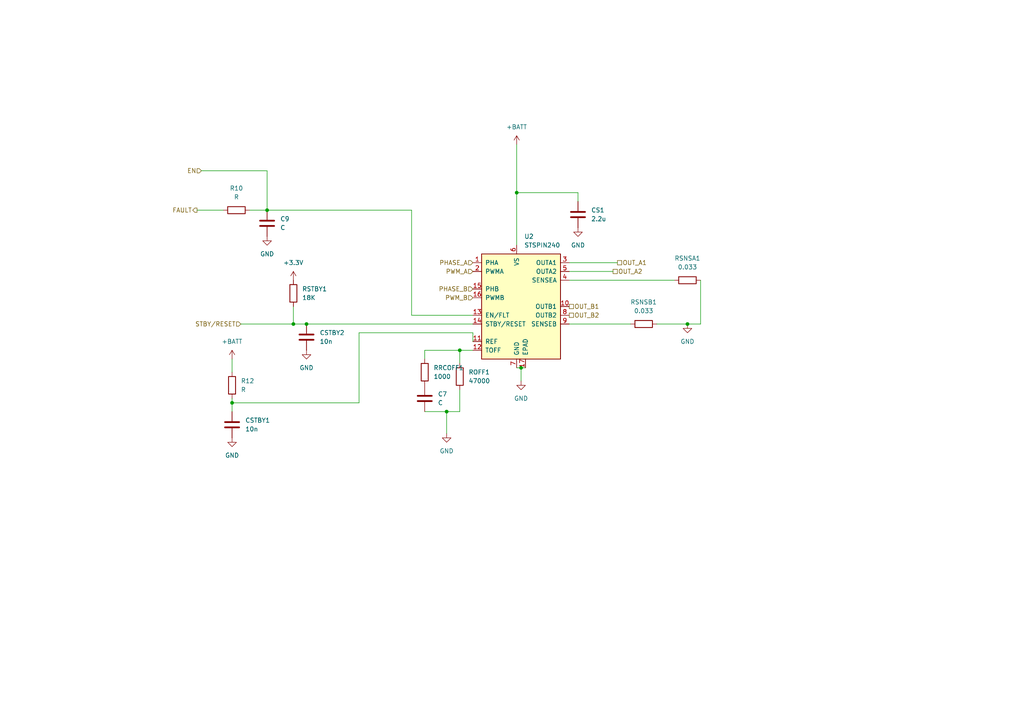
<source format=kicad_sch>
(kicad_sch (version 20230121) (generator eeschema)
  (paper "A4")
  (lib_symbols
    (symbol "Device:C" (pin_numbers hide) (pin_names (offset 0.254))
      (property "Reference" "C" (at 0.635 2.54 0))
      (property "Value" "C" (at 0.635 -2.54 0))
      (symbol "C_0_1"
        (polyline (pts (xy -2.032 -0.762) (xy 2.032 -0.762)) (stroke (width 0.508)))
        (polyline (pts (xy -2.032 0.762) (xy 2.032 0.762)) (stroke (width 0.508)))
      )
      (symbol "C_1_1"
        (pin passive line (at 0 3.81 270) (length 2.794) (name "~") (number "1"))
        (pin passive line (at 0 -3.81 90) (length 2.794) (name "~") (number "2"))
      )
    )
    (symbol "Device:R" (pin_numbers hide) (pin_names (offset 0))
      (property "Reference" "R" (at 2.032 0 90))
      (property "Value" "R" (at 0 0 90))
      (symbol "R_0_1"
        (rectangle (start -1.016 -2.54) (end 1.016 2.54) (stroke (width 0.254)))
      )
      (symbol "R_1_1"
        (pin passive line (at 0 3.81 270) (length 1.27) (name "~") (number "1"))
        (pin passive line (at 0 -3.81 90) (length 1.27) (name "~") (number "2"))
      )
    )
    (symbol "Driver_Motor:STSPIN240" (pin_names (offset 1.016))
      (property "Reference" "U" (at -10.16 16.51 0))
      (property "Value" "STSPIN240" (at 5.08 16.51 0))
      (symbol "STSPIN240_0_1"
        (rectangle (start -10.16 15.24) (end 12.7 -15.24) (stroke (width 0.254)) (fill (type background)))
      )
      (symbol "STSPIN240_1_1"
        (pin input line (at -12.7 12.7 0) (length 2.54) (name "PHA") (number "1"))
        (pin power_out line (at 15.24 0 180) (length 2.54) (name "OUTB1") (number "10"))
        (pin input line (at -12.7 -10.16 0) (length 2.54) (name "REF") (number "11"))
        (pin input line (at -12.7 -12.7 0) (length 2.54) (name "TOFF") (number "12"))
        (pin bidirectional line (at -12.7 -2.54 0) (length 2.54) (name "EN/FLT") (number "13"))
        (pin input line (at -12.7 -5.08 0) (length 2.54) (name "STBY/RESET") (number "14"))
        (pin input line (at -12.7 5.08 0) (length 2.54) (name "PHB") (number "15"))
        (pin input line (at -12.7 2.54 0) (length 2.54) (name "PWMB") (number "16"))
        (pin power_in line (at 2.54 -17.78 90) (length 2.54) (name "EPAD") (number "17"))
        (pin input line (at -12.7 10.16 0) (length 2.54) (name "PWMA") (number "2"))
        (pin power_out line (at 15.24 12.7 180) (length 2.54) (name "OUTA1") (number "3"))
        (pin power_out line (at 15.24 7.62 180) (length 2.54) (name "SENSEA") (number "4"))
        (pin power_out line (at 15.24 10.16 180) (length 2.54) (name "OUTA2") (number "5"))
        (pin power_in line (at 0 17.78 270) (length 2.54) (name "VS") (number "6"))
        (pin power_in line (at 0 -17.78 90) (length 2.54) (name "GND") (number "7"))
        (pin power_out line (at 15.24 -2.54 180) (length 2.54) (name "OUTB2") (number "8"))
        (pin power_out line (at 15.24 -5.08 180) (length 2.54) (name "SENSEB") (number "9"))
      )
    )
    (symbol "power:+3.3V" (power) (pin_names (offset 0))
      (property "Value" "+3.3V" (at 0 3.556 0))
      (symbol "+3.3V_0_1"
        (polyline (pts (xy -0.762 1.27) (xy 0 2.54)))
        (polyline (pts (xy 0 0) (xy 0 2.54)))
        (polyline (pts (xy 0 2.54) (xy 0.762 1.27)))
      )
      (symbol "+3.3V_1_1"
        (pin power_in line (at 0 0 90) (length 0) hide (name "+3.3V") (number "1"))
      )
    )
    (symbol "power:+BATT" (power) (pin_names (offset 0))
      (property "Value" "+BATT" (at 0 3.556 0))
      (symbol "+BATT_0_1"
        (polyline (pts (xy -0.762 1.27) (xy 0 2.54)))
        (polyline (pts (xy 0 0) (xy 0 2.54)))
        (polyline (pts (xy 0 2.54) (xy 0.762 1.27)))
      )
      (symbol "+BATT_1_1"
        (pin power_in line (at 0 0 90) (length 0) hide (name "+BATT") (number "1"))
      )
    )
    (symbol "power:GND" (power) (pin_names (offset 0))
      (property "Value" "GND" (at 0 -3.81 0))
      (symbol "GND_0_1"
        (polyline (pts (xy 0 0) (xy 0 -1.27) (xy 1.27 -1.27) (xy 0 -2.54) (xy -1.27 -1.27) (xy 0 -1.27)))
      )
      (symbol "GND_1_1"
        (pin power_in line (at 0 0 270) (length 0) hide (name "GND") (number "1"))
      )
    )
  )
  (junction (at 85.09 93.98))
  (junction (at 129.54 119.38))
  (junction (at 88.9 93.98))
  (junction (at 151.13 106.68))
  (junction (at 133.35 101.6))
  (junction (at 199.39 93.98))
  (junction (at 149.86 55.88))
  (junction (at 77.47 60.96))
  (junction (at 67.31 116.84))
  (wire (pts (xy 190.5 93.98) (xy 199.39 93.98)))
  (wire (pts (xy 104.14 96.52) (xy 137.16 96.52)))
  (wire (pts (xy 137.16 96.52) (xy 137.16 99.06)))
  (wire (pts (xy 133.35 101.6) (xy 123.19 101.6)))
  (wire (pts (xy 137.16 101.6) (xy 133.35 101.6)))
  (wire (pts (xy 64.77 60.96) (xy 57.15 60.96)))
  (wire (pts (xy 88.9 93.98) (xy 137.16 93.98)))
  (wire (pts (xy 85.09 88.9) (xy 85.09 93.98)))
  (wire (pts (xy 133.35 101.6) (xy 133.35 105.41)))
  (wire (pts (xy 69.85 93.98) (xy 85.09 93.98)))
  (wire (pts (xy 151.13 106.68) (xy 152.4 106.68)))
  (wire (pts (xy 149.86 55.88) (xy 149.86 71.12)))
  (wire (pts (xy 77.47 49.53) (xy 77.47 60.96)))
  (wire (pts (xy 203.2 81.28) (xy 203.2 93.98)))
  (wire (pts (xy 165.1 81.28) (xy 195.58 81.28)))
  (wire (pts (xy 129.54 119.38) (xy 123.19 119.38)))
  (wire (pts (xy 104.14 96.52) (xy 104.14 116.84)))
  (wire (pts (xy 149.86 41.91) (xy 149.86 55.88)))
  (wire (pts (xy 133.35 119.38) (xy 129.54 119.38)))
  (wire (pts (xy 199.39 93.98) (xy 203.2 93.98)))
  (wire (pts (xy 129.54 125.73) (xy 129.54 119.38)))
  (wire (pts (xy 85.09 93.98) (xy 88.9 93.98)))
  (wire (pts (xy 182.88 93.98) (xy 165.1 93.98)))
  (wire (pts (xy 72.39 60.96) (xy 77.47 60.96)))
  (wire (pts (xy 133.35 113.03) (xy 133.35 119.38)))
  (wire (pts (xy 104.14 116.84) (xy 67.31 116.84)))
  (wire (pts (xy 119.38 60.96) (xy 119.38 91.44)))
  (wire (pts (xy 177.8 78.74) (xy 165.1 78.74)))
  (wire (pts (xy 67.31 116.84) (xy 67.31 119.38)))
  (wire (pts (xy 123.19 101.6) (xy 123.19 104.14)))
  (wire (pts (xy 165.1 76.2) (xy 179.07 76.2)))
  (wire (pts (xy 167.64 55.88) (xy 149.86 55.88)))
  (wire (pts (xy 77.47 60.96) (xy 119.38 60.96)))
  (wire (pts (xy 151.13 106.68) (xy 149.86 106.68)))
  (wire (pts (xy 67.31 116.84) (xy 67.31 115.57)))
  (wire (pts (xy 167.64 55.88) (xy 167.64 58.42)))
  (wire (pts (xy 151.13 110.49) (xy 151.13 106.68)))
  (wire (pts (xy 119.38 91.44) (xy 137.16 91.44)))
  (wire (pts (xy 67.31 104.14) (xy 67.31 107.95)))
  (wire (pts (xy 58.42 49.53) (xy 77.47 49.53)))
  (hierarchical_label "PHASE_A" (shape input) (at 137.16 76.2 180))
  (hierarchical_label "OUT_A2" (shape passive) (at 177.8 78.74 0))
  (hierarchical_label "PWM_A" (shape input) (at 137.16 78.74 180))
  (hierarchical_label "FAULT" (shape output) (at 57.15 60.96 180))
  (hierarchical_label "PHASE_B" (shape input) (at 137.16 83.82 180))
  (hierarchical_label "PWM_B" (shape input) (at 137.16 86.36 180))
  (hierarchical_label "OUT_B2" (shape passive) (at 165.1 91.44 0))
  (hierarchical_label "OUT_A1" (shape passive) (at 179.07 76.2 0))
  (hierarchical_label "OUT_B1" (shape passive) (at 165.1 88.9 0))
  (hierarchical_label "STBY{slash}RESET" (shape input) (at 69.85 93.98 180))
  (hierarchical_label "EN" (shape input) (at 58.42 49.53 180))
  (symbol (lib_id "Device:C") (at 67.31 123.19 0) (unit 1)
    (property "Reference" "CSTBY1" (at 71.12 121.92 0) (effects (justify left)))
    (property "Value" "10n" (at 71.12 124.46 0) (effects (justify left)))
    (property "Footprint" "Capacitor_SMD:C_0603_1608Metric" (effects hide))
  )
  (symbol (lib_id "Device:C") (at 167.64 62.23 180) (unit 1)
    (property "Reference" "CS1" (at 171.45 60.96 0) (effects (justify right)))
    (property "Value" "2.2u" (at 171.45 63.5 0) (effects (justify right)))
    (property "Footprint" "Capacitor_SMD:C_0603_1608Metric" (effects hide))
  )
  (symbol (lib_id "power:GND") (at 129.54 125.73 0) (unit 1)
    (property "Reference" "#PWR017" (effects hide))
    (property "Value" "GND" (at 129.54 130.81 0))
  )
  (symbol (lib_id "power:GND") (at 88.9 101.6 0) (unit 1)
    (property "Reference" "#PWR024" (effects hide))
    (property "Value" "GND" (at 88.9 106.68 0))
  )
  (symbol (lib_id "power:GND") (at 77.47 68.58 0) (unit 1)
    (property "Reference" "#PWR021" (effects hide))
    (property "Value" "GND" (at 77.47 73.66 0))
  )
  (symbol (lib_id "Device:C") (at 77.47 64.77 0) (unit 1)
    (property "Reference" "C9" (at 81.28 63.5 0) (effects (justify left)))
    (property "Value" "C" (at 81.28 66.04 0) (effects (justify left)))
    (property "Footprint" "Capacitor_SMD:C_0603_1608Metric" (effects hide))
  )
  (symbol (lib_id "Device:R") (at 68.58 60.96 90) (unit 1)
    (property "Reference" "R10" (at 68.58 54.61 90))
    (property "Value" "R" (at 68.58 57.15 90))
    (property "Footprint" "Resistor_SMD:R_0603_1608Metric" (effects hide))
  )
  (symbol (lib_id "power:GND") (at 151.13 110.49 0) (unit 1)
    (property "Reference" "#PWR016" (effects hide))
    (property "Value" "GND" (at 151.13 115.57 0))
  )
  (symbol (lib_id "Device:R") (at 186.69 93.98 90) (unit 1)
    (property "Reference" "RSNSB1" (at 186.69 87.63 90))
    (property "Value" "0.033" (at 186.69 90.17 90))
    (property "Footprint" "Resistor_SMD:R_0603_1608Metric" (effects hide))
  )
  (symbol (lib_id "Device:R") (at 123.19 107.95 0) (unit 1)
    (property "Reference" "RRCOFF1" (at 125.73 106.68 0) (effects (justify left)))
    (property "Value" "1000" (at 125.73 109.22 0) (effects (justify left)))
    (property "Footprint" "Resistor_SMD:R_0603_1608Metric" (effects hide))
  )
  (symbol (lib_id "Driver_Motor:STSPIN240") (at 149.86 88.9 0) (unit 1)
    (property "Reference" "U2" (at 152.0541 68.58 0) (effects (justify left)))
    (property "Value" "STSPIN240" (at 152.0541 71.12 0) (effects (justify left)))
    (property "Footprint" "Package_DFN_QFN:VQFN-16-1EP_3x3mm_P0.5mm_EP1.8x1.8mm" (effects hide))
    (property "Datasheet" "www.st.com/resource/en/datasheet/stspin240.pdf" (effects hide))
  )
  (symbol (lib_id "Device:C") (at 88.9 97.79 0) (unit 1)
    (property "Reference" "CSTBY2" (at 92.71 96.52 0) (effects (justify left)))
    (property "Value" "10n" (at 92.71 99.06 0) (effects (justify left)))
    (property "Footprint" "Capacitor_SMD:C_0603_1608Metric" (effects hide))
  )
  (symbol (lib_id "Device:R") (at 85.09 85.09 180) (unit 1)
    (property "Reference" "RSTBY1" (at 87.63 83.82 0) (effects (justify right)))
    (property "Value" "18K" (at 87.63 86.36 0) (effects (justify right)))
    (property "Footprint" "Resistor_SMD:R_2512_6332Metric" (effects hide))
  )
  (symbol (lib_id "Device:R") (at 199.39 81.28 90) (unit 1)
    (property "Reference" "RSNSA1" (at 199.39 74.93 90))
    (property "Value" "0.033" (at 199.39 77.47 90))
    (property "Footprint" "Resistor_SMD:R_0603_1608Metric" (effects hide))
  )
  (symbol (lib_id "power:+3.3V") (at 85.09 81.28 0) (unit 1)
    (property "Reference" "#PWR023" (effects hide))
    (property "Value" "+3.3V" (at 85.09 76.2 0))
  )
  (symbol (lib_id "power:+BATT") (at 149.86 41.91 0) (unit 1)
    (property "Reference" "#PWR022" (effects hide))
    (property "Value" "+BATT" (at 149.86 36.83 0))
  )
  (symbol (lib_id "Device:R") (at 67.31 111.76 180) (unit 1)
    (property "Reference" "R12" (at 69.85 110.49 0) (effects (justify right)))
    (property "Value" "R" (at 69.85 113.03 0) (effects (justify right)))
    (property "Footprint" "Resistor_SMD:R_0603_1608Metric" (effects hide))
  )
  (symbol (lib_id "power:+BATT") (at 67.31 104.14 0) (unit 1)
    (property "Reference" "#PWR026" (effects hide))
    (property "Value" "+BATT" (at 67.31 99.06 0))
  )
  (symbol (lib_id "power:GND") (at 167.64 66.04 0) (unit 1)
    (property "Reference" "#PWR020" (effects hide))
    (property "Value" "GND" (at 167.64 71.12 0))
  )
  (symbol (lib_id "power:GND") (at 67.31 127 0) (unit 1)
    (property "Reference" "#PWR025" (effects hide))
    (property "Value" "GND" (at 67.31 132.08 0))
  )
  (symbol (lib_id "Device:C") (at 123.19 115.57 0) (unit 1)
    (property "Reference" "C7" (at 127 114.3 0) (effects (justify left)))
    (property "Value" "C" (at 127 116.84 0) (effects (justify left)))
    (property "Footprint" "Capacitor_SMD:C_0603_1608Metric" (effects hide))
  )
  (symbol (lib_id "Device:R") (at 133.35 109.22 0) (unit 1)
    (property "Reference" "ROFF1" (at 135.89 107.95 0) (effects (justify left)))
    (property "Value" "47000" (at 135.89 110.49 0) (effects (justify left)))
    (property "Footprint" "Resistor_SMD:R_0603_1608Metric" (effects hide))
  )
  (symbol (lib_id "power:GND") (at 199.39 93.98 0) (unit 1)
    (property "Reference" "#PWR018" (effects hide))
    (property "Value" "GND" (at 199.39 99.06 0))
  )
)
</source>
